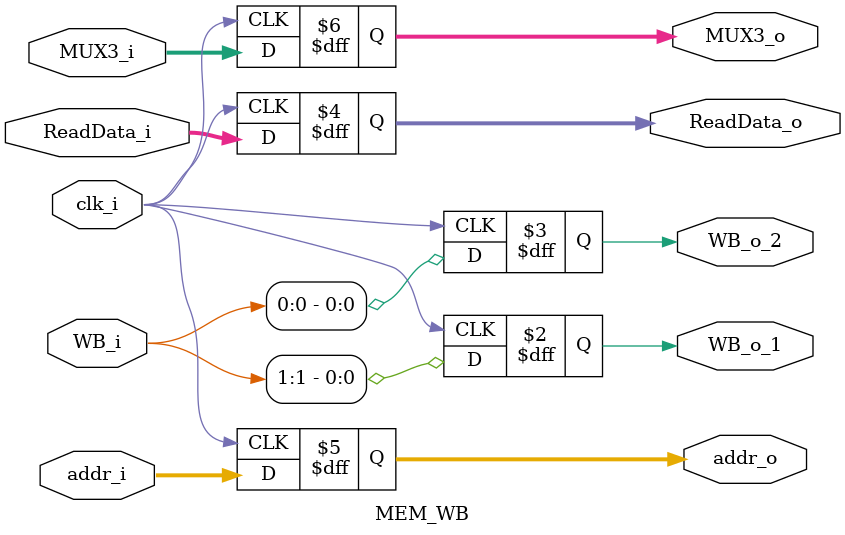
<source format=v>
module MEM_WB(
	clk_i,
	WB_i,
	WB_o_1,
	WB_o_2,	//MemToReg
	ReadData_i,
	ReadData_o,
	addr_i,    
	addr_o,
	MUX3_i,
	MUX3_o
);


//WB_o_1 : RegWrite
//WB_o_2 : MemToReg
input   clk_i;
input   [1:0]   WB_i;
input   [31:0] ReadData_i;
output reg WB_o_1, WB_o_2;
output reg [31:0] ReadData_o;
input   [31:0] addr_i;
input   [4:0]  MUX3_i;
output reg [31:0] addr_o;
output reg [4:0]  MUX3_o;


//10 //11 lw //00 bubble
always @(posedge clk_i)begin
    WB_o_1 = WB_i[1];
    addr_o = addr_i;
    ReadData_o = ReadData_i;
    MUX3_o = MUX3_i;
    WB_o_2 = WB_i[0];
end
endmodule     


</source>
